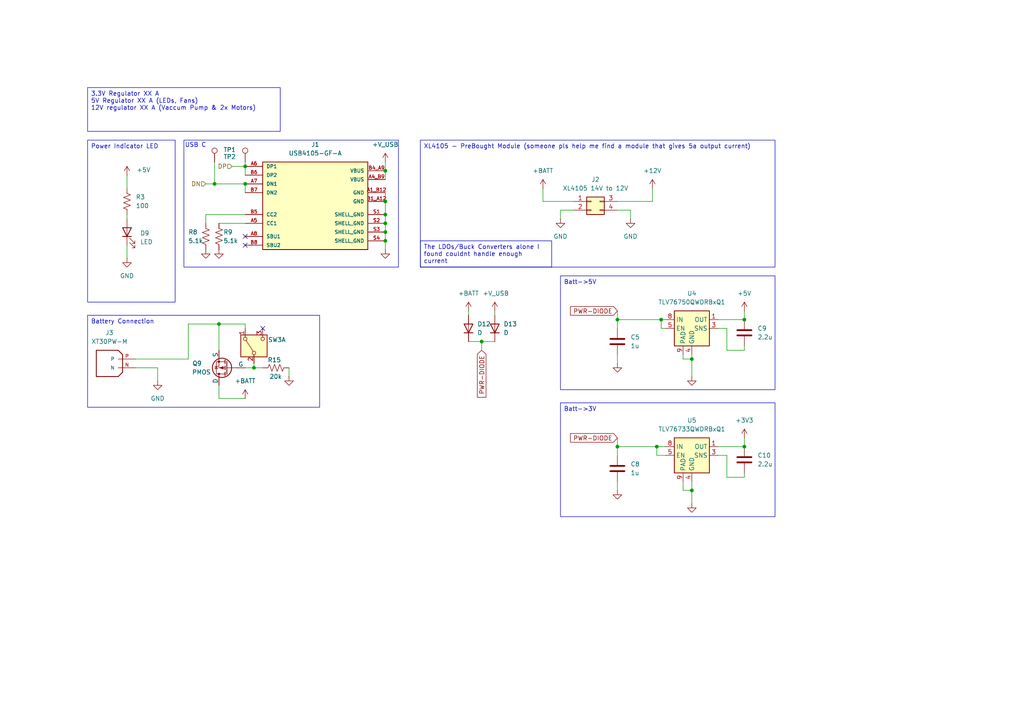
<source format=kicad_sch>
(kicad_sch (version 20231120) (generator "eeschema") (generator_version "8.0")
  (paper "A4")
  (lib_symbols
    (symbol "Connector:TestPoint" (pin_numbers hide) (pin_names (offset 0.762) hide)
      (property "Reference" "TP" (at 0 6.858 0))
      (property "Value" "TestPoint" (at 0 5.08 0))
      (symbol "TestPoint_0_1"
        (circle (center 0 3.302) (radius 0.762))
      )
      (symbol "TestPoint_1_1"
        (pin passive line (at 0 0 90) (length 2.54) (name "1") (number "1"))
      )
    )
    (symbol "Connector_Generic:Conn_02x02_Top_Bottom" (pin_names (offset 1.016) hide)
      (property "Reference" "J" (at 1.27 2.54 0))
      (property "Value" "Conn_02x02_Top_Bottom" (at 1.27 -5.08 0))
      (symbol "Conn_02x02_Top_Bottom_1_1"
        (rectangle (start -1.27 -2.413) (end 0 -2.667) (stroke (width 0.1524)))
        (rectangle (start -1.27 0.127) (end 0 -0.127) (stroke (width 0.1524)))
        (rectangle (start -1.27 1.27) (end 3.81 -3.81) (stroke (width 0.254)) (fill (type background)))
        (rectangle (start 3.81 -2.413) (end 2.54 -2.667) (stroke (width 0.1524)))
        (rectangle (start 3.81 0.127) (end 2.54 -0.127) (stroke (width 0.1524)))
        (pin passive line (at -5.08 0 0) (length 3.81) (name "Pin_1") (number "1"))
        (pin passive line (at -5.08 -2.54 0) (length 3.81) (name "Pin_2") (number "2"))
        (pin passive line (at 7.62 0 180) (length 3.81) (name "Pin_3") (number "3"))
        (pin passive line (at 7.62 -2.54 180) (length 3.81) (name "Pin_4") (number "4"))
      )
    )
    (symbol "Custom Symbols:USB4105-GF-A" (pin_names (offset 1.016))
      (property "Reference" "J" (at -13.97 13.97 0))
      (property "Value" "USB4105-GF-A" (at -15.24 -15.24 0))
      (symbol "USB4105-GF-A_0_0"
        (rectangle (start -15.24 12.7) (end 15.24 -12.7) (stroke (width 0.254)) (fill (type background)))
        (pin power_in line (at 20.32 3.81 180) (length 5.08) (name "GND") (number "A1_B12"))
        (pin power_in line (at 20.32 7.62 180) (length 5.08) (name "VBUS") (number "A4_B9"))
        (pin bidirectional line (at -20.32 -5.08 0) (length 5.08) (name "CC1") (number "A5"))
        (pin bidirectional line (at -20.32 11.43 0) (length 5.08) (name "DP1") (number "A6"))
        (pin bidirectional line (at -20.32 6.35 0) (length 5.08) (name "DN1") (number "A7"))
        (pin bidirectional line (at -20.32 -8.89 0) (length 5.08) (name "SBU1") (number "A8"))
        (pin power_in line (at 20.32 1.27 180) (length 5.08) (name "GND") (number "B1_A12"))
        (pin power_in line (at 20.32 10.16 180) (length 5.08) (name "VBUS") (number "B4_A9"))
        (pin bidirectional line (at -20.32 -2.54 0) (length 5.08) (name "CC2") (number "B5"))
        (pin bidirectional line (at -20.32 8.89 0) (length 5.08) (name "DP2") (number "B6"))
        (pin bidirectional line (at -20.32 3.81 0) (length 5.08) (name "DN2") (number "B7"))
        (pin bidirectional line (at -20.32 -11.43 0) (length 5.08) (name "SBU2") (number "B8"))
        (pin power_in line (at 20.32 -2.54 180) (length 5.08) (name "SHELL_GND") (number "S1"))
        (pin power_in line (at 20.32 -5.08 180) (length 5.08) (name "SHELL_GND") (number "S2"))
        (pin power_in line (at 20.32 -7.62 180) (length 5.08) (name "SHELL_GND") (number "S3"))
        (pin power_in line (at 20.32 -10.16 180) (length 5.08) (name "SHELL_GND") (number "S4"))
      )
    )
    (symbol "Device:C" (pin_numbers hide) (pin_names (offset 0.254))
      (property "Reference" "C" (at 0.635 2.54 0))
      (property "Value" "C" (at 0.635 -2.54 0))
      (symbol "C_0_1"
        (polyline (pts (xy -2.032 -0.762) (xy 2.032 -0.762)) (stroke (width 0.508)))
        (polyline (pts (xy -2.032 0.762) (xy 2.032 0.762)) (stroke (width 0.508)))
      )
      (symbol "C_1_1"
        (pin passive line (at 0 3.81 270) (length 2.794) (name "~") (number "1"))
        (pin passive line (at 0 -3.81 90) (length 2.794) (name "~") (number "2"))
      )
    )
    (symbol "Device:D" (pin_numbers hide) (pin_names (offset 1.016) hide)
      (property "Reference" "D" (at 0 2.54 0))
      (property "Value" "D" (at 0 -2.54 0))
      (symbol "D_0_1"
        (polyline (pts (xy -1.27 1.27) (xy -1.27 -1.27)) (stroke (width 0.254)))
        (polyline (pts (xy 1.27 0) (xy -1.27 0)))
        (polyline (pts (xy 1.27 1.27) (xy 1.27 -1.27) (xy -1.27 0) (xy 1.27 1.27)) (stroke (width 0.254)))
      )
      (symbol "D_1_1"
        (pin passive line (at -3.81 0 0) (length 2.54) (name "K") (number "1"))
        (pin passive line (at 3.81 0 180) (length 2.54) (name "A") (number "2"))
      )
    )
    (symbol "Device:LED" (pin_numbers hide) (pin_names (offset 1.016) hide)
      (property "Reference" "D" (at 0 2.54 0))
      (property "Value" "LED" (at 0 -2.54 0))
      (symbol "LED_0_1"
        (polyline (pts (xy -1.27 -1.27) (xy -1.27 1.27)) (stroke (width 0.254)))
        (polyline (pts (xy -1.27 0) (xy 1.27 0)))
        (polyline (pts (xy 1.27 -1.27) (xy 1.27 1.27) (xy -1.27 0) (xy 1.27 -1.27)) (stroke (width 0.254)))
        (polyline (pts (xy -3.048 -0.762) (xy -4.572 -2.286) (xy -3.81 -2.286) (xy -4.572 -2.286) (xy -4.572 -1.524)))
        (polyline (pts (xy -1.778 -0.762) (xy -3.302 -2.286) (xy -2.54 -2.286) (xy -3.302 -2.286) (xy -3.302 -1.524)))
      )
      (symbol "LED_1_1"
        (pin passive line (at -3.81 0 0) (length 2.54) (name "K") (number "1"))
        (pin passive line (at 3.81 0 180) (length 2.54) (name "A") (number "2"))
      )
    )
    (symbol "Device:R_US" (pin_numbers hide) (pin_names (offset 0))
      (property "Reference" "R" (at 2.54 0 90))
      (property "Value" "R_US" (at -2.54 0 90))
      (symbol "R_US_0_1"
        (polyline (pts (xy 0 -2.286) (xy 0 -2.54)))
        (polyline (pts (xy 0 2.286) (xy 0 2.54)))
        (polyline (pts (xy 0 -0.762) (xy 1.016 -1.143) (xy 0 -1.524) (xy -1.016 -1.905) (xy 0 -2.286)))
        (polyline (pts (xy 0 0.762) (xy 1.016 0.381) (xy 0 0) (xy -1.016 -0.381) (xy 0 -0.762)))
        (polyline (pts (xy 0 2.286) (xy 1.016 1.905) (xy 0 1.524) (xy -1.016 1.143) (xy 0 0.762)))
      )
      (symbol "R_US_1_1"
        (pin passive line (at 0 3.81 270) (length 1.27) (name "~") (number "1"))
        (pin passive line (at 0 -3.81 90) (length 1.27) (name "~") (number "2"))
      )
    )
    (symbol "Regulator_Linear:TLV76733QWDRBxQ1"
      (property "Reference" "U" (at 0 8.89 0))
      (property "Value" "TLV76733QWDRBxQ1" (at 0 6.35 0))
      (symbol "TLV76733QWDRBxQ1_0_1"
        (rectangle (start -5.08 5.08) (end 5.08 -5.08) (stroke (width 0.254)) (fill (type background)))
      )
      (symbol "TLV76733QWDRBxQ1_1_1"
        (pin power_out line (at 7.62 2.54 180) (length 2.54) (name "OUT") (number "1"))
        (pin no_connect line (at 5.08 -2.54 180) (length 2.54) hide (name "NC") (number "2"))
        (pin input line (at 7.62 0 180) (length 2.54) (name "SNS") (number "3"))
        (pin power_in line (at 0 -7.62 90) (length 2.54) (name "GND") (number "4"))
        (pin input line (at -7.62 0 0) (length 2.54) (name "EN") (number "5"))
        (pin passive line (at 0 -7.62 90) (length 2.54) hide (name "GND") (number "6"))
        (pin no_connect line (at -5.08 -2.54 0) (length 2.54) hide (name "NC") (number "7"))
        (pin power_in line (at -7.62 2.54 0) (length 2.54) (name "IN") (number "8"))
        (pin passive line (at -2.54 -7.62 90) (length 2.54) (name "PAD") (number "9"))
      )
    )
    (symbol "Regulator_Linear:TLV76750QWDRBxQ1"
      (property "Reference" "U" (at 0 8.89 0))
      (property "Value" "TLV76750QWDRBxQ1" (at 0 6.35 0))
      (symbol "TLV76750QWDRBxQ1_0_1"
        (rectangle (start -5.08 5.08) (end 5.08 -5.08) (stroke (width 0.254)) (fill (type background)))
      )
      (symbol "TLV76750QWDRBxQ1_1_1"
        (pin power_out line (at 7.62 2.54 180) (length 2.54) (name "OUT") (number "1"))
        (pin no_connect line (at 5.08 -2.54 180) (length 2.54) hide (name "NC") (number "2"))
        (pin input line (at 7.62 0 180) (length 2.54) (name "SNS") (number "3"))
        (pin power_in line (at 0 -7.62 90) (length 2.54) (name "GND") (number "4"))
        (pin input line (at -7.62 0 0) (length 2.54) (name "EN") (number "5"))
        (pin passive line (at 0 -7.62 90) (length 2.54) hide (name "GND") (number "6"))
        (pin no_connect line (at -5.08 -2.54 0) (length 2.54) hide (name "NC") (number "7"))
        (pin power_in line (at -7.62 2.54 0) (length 2.54) (name "IN") (number "8"))
        (pin passive line (at -2.54 -7.62 90) (length 2.54) (name "PAD") (number "9"))
      )
    )
    (symbol "Simulation_SPICE:PMOS" (pin_numbers hide) (pin_names (offset 0))
      (property "Reference" "Q1" (at 8.89 -1.27 0))
      (property "Value" "PMOS" (at 7.62 1.27 0))
      (symbol "PMOS_0_1"
        (polyline (pts (xy 0.254 0) (xy -2.54 0)))
        (polyline (pts (xy 0.254 1.905) (xy 0.254 -1.905)) (stroke (width 0.254)))
        (polyline (pts (xy 0.762 -1.27) (xy 0.762 -2.286)) (stroke (width 0.254)))
        (polyline (pts (xy 0.762 0.508) (xy 0.762 -0.508)) (stroke (width 0.254)))
        (polyline (pts (xy 0.762 2.286) (xy 0.762 1.27)) (stroke (width 0.254)))
        (polyline (pts (xy 2.54 2.54) (xy 2.54 1.778)))
        (polyline (pts (xy 2.54 -2.54) (xy 2.54 0) (xy 0.762 0)))
        (polyline (pts (xy 0.762 1.778) (xy 3.302 1.778) (xy 3.302 -1.778) (xy 0.762 -1.778)))
        (polyline (pts (xy 2.286 0) (xy 1.27 0.381) (xy 1.27 -0.381) (xy 2.286 0)) (fill (type outline)))
        (polyline (pts (xy 2.794 -0.508) (xy 2.921 -0.381) (xy 3.683 -0.381) (xy 3.81 -0.254)))
        (polyline (pts (xy 3.302 -0.381) (xy 2.921 0.254) (xy 3.683 0.254) (xy 3.302 -0.381)))
        (circle (center 1.651 0) (radius 2.794) (stroke (width 0.254)))
        (circle (center 2.54 -1.778) (radius 0.254) (fill (type outline)))
        (circle (center 2.54 1.778) (radius 0.254) (fill (type outline)))
      )
      (symbol "PMOS_1_0"
        (pin passive line (at -5.08 0 0) (length 2.54) (name "G") (number "4"))
        (pin passive line (at 2.54 5.08 270) (length 2.54) (name "D") (number "5"))
      )
      (symbol "PMOS_1_1"
        (pin input line (at 2.54 -5.08 90) (length 2.54) hide (name "S") (number "1"))
        (pin passive line (at 2.54 -5.08 90) (length 2.54) hide (name "S") (number "2"))
        (pin passive line (at 2.54 -5.08 90) (length 2.54) (name "S") (number "3"))
      )
    )
    (symbol "Switch:SW_DPDT_x2" (pin_names (offset 0) hide)
      (property "Reference" "SW" (at 0 5.08 0))
      (property "Value" "SW_DPDT_x2" (at 0 -5.08 0))
      (symbol "SW_DPDT_x2_0_0"
        (circle (center -2.032 0) (radius 0.508))
        (circle (center 2.032 -2.54) (radius 0.508))
      )
      (symbol "SW_DPDT_x2_0_1"
        (rectangle (start -3.175 3.81) (end 3.175 -3.81) (stroke (width 0.254)) (fill (type background)))
        (polyline (pts (xy -1.524 0.254) (xy 1.5748 2.286)))
        (circle (center 2.032 2.54) (radius 0.508))
      )
      (symbol "SW_DPDT_x2_1_1"
        (pin passive line (at 5.08 2.54 180) (length 2.54) (name "A") (number "1"))
        (pin passive line (at -5.08 0 0) (length 2.54) (name "B") (number "2"))
        (pin passive line (at 5.08 -2.54 180) (length 2.54) (name "C") (number "3"))
      )
      (symbol "SW_DPDT_x2_2_1"
        (pin passive line (at 5.08 2.54 180) (length 2.54) (name "A") (number "4"))
        (pin passive line (at -5.08 0 0) (length 2.54) (name "B") (number "5"))
        (pin passive line (at 5.08 -2.54 180) (length 2.54) (name "C") (number "6"))
      )
    )
    (symbol "XT30PW-M:XT30PW-M" (pin_names (offset 1.016))
      (property "Reference" "J" (at -7.62 3.302 0))
      (property "Value" "XT30PW-M" (at -7.62 -7.62 0))
      (symbol "XT30PW-M_0_0"
        (polyline (pts (xy -7.62 -5.08) (xy -7.62 2.54)) (stroke (width 0.254)))
        (polyline (pts (xy -7.62 2.54) (xy -1.27 2.54)) (stroke (width 0.254)))
        (polyline (pts (xy -1.27 -5.08) (xy -7.62 -5.08)) (stroke (width 0.254)))
        (polyline (pts (xy 0 -3.81) (xy -1.27 -5.08)) (stroke (width 0.254)))
        (polyline (pts (xy 0 0) (xy 0 -3.81)) (stroke (width 0.254)))
        (polyline (pts (xy 0 1.27) (xy -1.27 2.54)) (stroke (width 0.254)))
        (polyline (pts (xy 0 1.27) (xy 0 0)) (stroke (width 0.254)))
      )
      (symbol "XT30PW-M_1_0"
        (pin power_in line (at 3.81 -2.54 180) (length 5.08) (name "N") (number "N"))
        (pin power_in line (at 3.81 0 180) (length 5.08) (name "P") (number "P"))
      )
      (symbol "XT30PW-M_1_1"
        (pin unspecified line (at -10.16 0 0) (length 2.54) hide (name "S1") (number "S1"))
        (pin unspecified line (at -10.16 -2.54 0) (length 2.54) hide (name "S2") (number "S2"))
      )
    )
    (symbol "power:+12V" (power) (pin_numbers hide) (pin_names (offset 0) hide)
      (property "Value" "+12V" (at 0 3.556 0))
      (symbol "+12V_0_1"
        (polyline (pts (xy -0.762 1.27) (xy 0 2.54)))
        (polyline (pts (xy 0 0) (xy 0 2.54)))
        (polyline (pts (xy 0 2.54) (xy 0.762 1.27)))
      )
      (symbol "+12V_1_1"
        (pin power_in line (at 0 0 90) (length 0) (name "~") (number "1"))
      )
    )
    (symbol "power:+3V3" (power) (pin_numbers hide) (pin_names (offset 0) hide)
      (property "Value" "+3V3" (at 0 3.556 0))
      (symbol "+3V3_0_1"
        (polyline (pts (xy -0.762 1.27) (xy 0 2.54)))
        (polyline (pts (xy 0 0) (xy 0 2.54)))
        (polyline (pts (xy 0 2.54) (xy 0.762 1.27)))
      )
      (symbol "+3V3_1_1"
        (pin power_in line (at 0 0 90) (length 0) (name "~") (number "1"))
      )
    )
    (symbol "power:+5V" (power) (pin_numbers hide) (pin_names (offset 0) hide)
      (property "Value" "+5V" (at 0 3.556 0))
      (symbol "+5V_0_1"
        (polyline (pts (xy -0.762 1.27) (xy 0 2.54)))
        (polyline (pts (xy 0 0) (xy 0 2.54)))
        (polyline (pts (xy 0 2.54) (xy 0.762 1.27)))
      )
      (symbol "+5V_1_1"
        (pin power_in line (at 0 0 90) (length 0) (name "~") (number "1"))
      )
    )
    (symbol "power:+BATT" (power) (pin_numbers hide) (pin_names (offset 0) hide)
      (property "Value" "+BATT" (at 0 3.556 0))
      (symbol "+BATT_0_1"
        (polyline (pts (xy -0.762 1.27) (xy 0 2.54)))
        (polyline (pts (xy 0 0) (xy 0 2.54)))
        (polyline (pts (xy 0 2.54) (xy 0.762 1.27)))
      )
      (symbol "+BATT_1_1"
        (pin power_in line (at 0 0 90) (length 0) (name "~") (number "1"))
      )
    )
    (symbol "power:GND" (power) (pin_numbers hide) (pin_names (offset 0) hide)
      (property "Value" "GND" (at 0 -3.81 0))
      (symbol "GND_0_1"
        (polyline (pts (xy 0 0) (xy 0 -1.27) (xy 1.27 -1.27) (xy 0 -2.54) (xy -1.27 -1.27) (xy 0 -1.27)))
      )
      (symbol "GND_1_1"
        (pin power_in line (at 0 0 270) (length 0) (name "~") (number "1"))
      )
    )
    (symbol "power:VBUS" (power) (pin_numbers hide) (pin_names (offset 0) hide)
      (property "Value" "VBUS" (at 0 3.556 0))
      (symbol "VBUS_0_1"
        (polyline (pts (xy -0.762 1.27) (xy 0 2.54)))
        (polyline (pts (xy 0 0) (xy 0 2.54)))
        (polyline (pts (xy 0 2.54) (xy 0.762 1.27)))
      )
      (symbol "VBUS_1_1"
        (pin power_in line (at 0 0 90) (length 0) (name "~") (number "1"))
      )
    )
  )
  (junction (at 62.23 53.34))
  (junction (at 191.77 92.71))
  (junction (at 73.66 106.68))
  (junction (at 71.12 53.34))
  (junction (at 200.66 142.24))
  (junction (at 190.5 129.54))
  (junction (at 215.9 92.71))
  (junction (at 111.76 58.42))
  (junction (at 179.07 92.71))
  (junction (at 111.76 67.31))
  (junction (at 63.5 93.98))
  (junction (at 215.9 129.54))
  (junction (at 71.12 48.26))
  (junction (at 111.76 49.53))
  (junction (at 179.07 129.54))
  (junction (at 139.7 99.06))
  (junction (at 200.66 104.14))
  (junction (at 111.76 69.85))
  (junction (at 111.76 62.23))
  (junction (at 111.76 64.77))
  (no_connect (at 76.2 95.25))
  (no_connect (at 71.12 71.12))
  (no_connect (at 71.12 68.58))
  (wire (pts (xy 157.48 54.61) (xy 157.48 58.42)))
  (wire (pts (xy 62.23 46.99) (xy 62.23 53.34)))
  (wire (pts (xy 179.07 60.96) (xy 182.88 60.96)))
  (wire (pts (xy 54.61 93.98) (xy 63.5 93.98)))
  (wire (pts (xy 143.51 90.17) (xy 143.51 91.44)))
  (wire (pts (xy 215.9 127) (xy 215.9 129.54)))
  (wire (pts (xy 59.69 64.77) (xy 59.69 62.23)))
  (wire (pts (xy 215.9 101.6) (xy 215.9 100.33)))
  (wire (pts (xy 210.82 101.6) (xy 215.9 101.6)))
  (wire (pts (xy 71.12 93.98) (xy 71.12 95.25)))
  (wire (pts (xy 62.23 53.34) (xy 71.12 53.34)))
  (wire (pts (xy 191.77 95.25) (xy 191.77 92.71)))
  (wire (pts (xy 59.69 62.23) (xy 71.12 62.23)))
  (wire (pts (xy 200.66 104.14) (xy 200.66 109.22)))
  (wire (pts (xy 45.72 106.68) (xy 45.72 110.49)))
  (wire (pts (xy 200.66 102.87) (xy 200.66 104.14)))
  (wire (pts (xy 83.82 106.68) (xy 83.82 109.22)))
  (wire (pts (xy 36.83 71.12) (xy 36.83 74.93)))
  (wire (pts (xy 111.76 58.42) (xy 111.76 62.23)))
  (wire (pts (xy 135.89 90.17) (xy 135.89 91.44)))
  (wire (pts (xy 67.31 48.26) (xy 71.12 48.26)))
  (wire (pts (xy 135.89 99.06) (xy 139.7 99.06)))
  (wire (pts (xy 189.23 58.42) (xy 189.23 54.61)))
  (wire (pts (xy 179.07 129.54) (xy 179.07 132.08)))
  (wire (pts (xy 198.12 142.24) (xy 200.66 142.24)))
  (wire (pts (xy 111.76 55.88) (xy 111.76 58.42)))
  (wire (pts (xy 179.07 92.71) (xy 191.77 92.71)))
  (wire (pts (xy 179.07 102.87) (xy 179.07 105.41)))
  (wire (pts (xy 200.66 142.24) (xy 200.66 146.05)))
  (wire (pts (xy 215.9 138.43) (xy 215.9 137.16)))
  (wire (pts (xy 179.07 129.54) (xy 190.5 129.54)))
  (wire (pts (xy 73.66 106.68) (xy 71.12 106.68)))
  (wire (pts (xy 215.9 90.17) (xy 215.9 92.71)))
  (wire (pts (xy 39.37 104.14) (xy 54.61 104.14)))
  (wire (pts (xy 111.76 67.31) (xy 111.76 69.85)))
  (wire (pts (xy 190.5 132.08) (xy 190.5 129.54)))
  (wire (pts (xy 63.5 64.77) (xy 71.12 64.77)))
  (wire (pts (xy 63.5 93.98) (xy 63.5 101.6)))
  (wire (pts (xy 182.88 60.96) (xy 182.88 63.5)))
  (wire (pts (xy 179.07 92.71) (xy 179.07 95.25)))
  (wire (pts (xy 36.83 50.8) (xy 36.83 54.61)))
  (wire (pts (xy 210.82 132.08) (xy 210.82 138.43)))
  (wire (pts (xy 59.69 53.34) (xy 62.23 53.34)))
  (wire (pts (xy 139.7 99.06) (xy 143.51 99.06)))
  (wire (pts (xy 73.66 106.68) (xy 76.2 106.68)))
  (wire (pts (xy 36.83 62.23) (xy 36.83 63.5)))
  (wire (pts (xy 73.66 105.41) (xy 73.66 106.68)))
  (wire (pts (xy 111.76 49.53) (xy 111.76 52.07)))
  (wire (pts (xy 200.66 139.7) (xy 200.66 142.24)))
  (wire (pts (xy 208.28 92.71) (xy 215.9 92.71)))
  (wire (pts (xy 111.76 62.23) (xy 111.76 64.77)))
  (wire (pts (xy 139.7 99.06) (xy 139.7 101.6)))
  (wire (pts (xy 179.07 127) (xy 179.07 129.54)))
  (wire (pts (xy 39.37 106.68) (xy 45.72 106.68)))
  (wire (pts (xy 179.07 90.17) (xy 179.07 92.71)))
  (wire (pts (xy 208.28 132.08) (xy 210.82 132.08)))
  (wire (pts (xy 198.12 102.87) (xy 198.12 104.14)))
  (wire (pts (xy 111.76 64.77) (xy 111.76 67.31)))
  (wire (pts (xy 71.12 53.34) (xy 71.12 55.88)))
  (wire (pts (xy 193.04 95.25) (xy 191.77 95.25)))
  (wire (pts (xy 190.5 129.54) (xy 193.04 129.54)))
  (wire (pts (xy 198.12 139.7) (xy 198.12 142.24)))
  (wire (pts (xy 71.12 46.99) (xy 71.12 48.26)))
  (wire (pts (xy 210.82 138.43) (xy 215.9 138.43)))
  (wire (pts (xy 162.56 60.96) (xy 166.37 60.96)))
  (wire (pts (xy 54.61 104.14) (xy 54.61 93.98)))
  (wire (pts (xy 210.82 95.25) (xy 210.82 101.6)))
  (wire (pts (xy 63.5 115.57) (xy 71.12 115.57)))
  (wire (pts (xy 63.5 93.98) (xy 71.12 93.98)))
  (wire (pts (xy 111.76 69.85) (xy 111.76 72.39)))
  (wire (pts (xy 111.76 46.99) (xy 111.76 49.53)))
  (wire (pts (xy 208.28 95.25) (xy 210.82 95.25)))
  (wire (pts (xy 166.37 58.42) (xy 157.48 58.42)))
  (wire (pts (xy 179.07 139.7) (xy 179.07 142.24)))
  (wire (pts (xy 198.12 104.14) (xy 200.66 104.14)))
  (wire (pts (xy 63.5 115.57) (xy 63.5 111.76)))
  (wire (pts (xy 193.04 132.08) (xy 190.5 132.08)))
  (wire (pts (xy 208.28 129.54) (xy 215.9 129.54)))
  (wire (pts (xy 191.77 92.71) (xy 193.04 92.71)))
  (wire (pts (xy 71.12 48.26) (xy 71.12 50.8)))
  (wire (pts (xy 162.56 63.5) (xy 162.56 60.96)))
  (wire (pts (xy 179.07 58.42) (xy 189.23 58.42)))
  (rectangle (start 53.34 40.64) (end 115.57 77.47))
  (text_box "XL4105 - PreBought Module (someone pls help me find a module that gives 5a output current)\n" (at 121.92 40.64 0) (size 102.87 36.83) (effects (font (size 1.27 1.27)) (justify left top)))
  (text_box "Batt->5V" (at 162.56 80.01 0) (size 62.23 33.02) (effects (font (size 1.27 1.27)) (justify left top)))
  (text_box "Batt->3V" (at 162.56 116.84 0) (size 62.23 33.02) (effects (font (size 1.27 1.27)) (justify left top)))
  (text_box "Battery Connection \n" (at 25.4 91.44 0) (size 67.31 26.67) (effects (font (size 1.27 1.27)) (justify left top)))
  (text_box "The LDOs/Buck Converters alone I found couldnt handle enough current \n" (at 121.92 69.85 0) (size 38.1 7.62) (effects (font (size 1.27 1.27)) (justify left top)))
  (text_box "Power Indicator LED" (at 25.4 40.64 0) (size 25.4 46.99) (effects (font (size 1.27 1.27)) (justify left top)))
  (text_box "3.3V Regulator XX A \n5V Regulator XX A (LEDs, Fans)\n12V regulator XX A (Vaccum Pump & 2x Motors)\n" (at 25.4 25.4 0) (size 55.88 12.7) (effects (font (size 1.27 1.27)) (justify left top)))
  (text "USB C" (at 53.594 42.926 0) (effects (font (size 1.27 1.27)) (justify left bottom)))
  (global_label "PWR-DIODE" (shape input) (at 179.07 90.17 180) (property "Intersheetrefs" "${INTERSHEET_REFS}" (effects (hide yes))))
  (global_label "PWR-DIODE" (shape input) (at 139.7 101.6 270) (property "Intersheetrefs" "${INTERSHEET_REFS}" (effects (hide yes))))
  (global_label "PWR-DIODE" (shape input) (at 179.07 127 180) (property "Intersheetrefs" "${INTERSHEET_REFS}" (effects (hide yes))))
  (hierarchical_label "DP" (shape input) (at 67.31 48.26 180))
  (hierarchical_label "DN" (shape input) (at 59.69 53.34 180))
  (symbol (lib_id "power:+12V") (at 71.12 115.57 0) (unit 1)
    (property "Reference" "#PWR053" (effects (hide yes)))
    (property "Value" "+BATT" (at 71.12 110.49 0))
  )
  (symbol (lib_id "power:+BATT") (at 157.48 54.61 0) (unit 1)
    (property "Reference" "#PWR030" (effects (hide yes)))
    (property "Value" "+BATT" (at 157.48 49.53 0))
    (property "Description" "Power symbol creates a global label with name \"+BATT\"" (effects (hide yes)))
  )
  (symbol (lib_id "power:GND") (at 111.76 72.39 0) (unit 1)
    (property "Reference" "#PWR027" (effects (hide yes)))
    (property "Value" "GND" (effects (hide yes)))
  )
  (symbol (lib_id "Device:R_US") (at 80.01 106.68 90) (unit 1)
    (property "Reference" "R15" (at 81.534 104.394 90) (effects (justify left)))
    (property "Value" "20k" (at 81.788 109.22 90) (effects (justify left)))
    (property "Footprint" "Resistor_SMD:R_0603_1608Metric" (effects (hide yes)))
    (property "MANUFACTURER" "5-2176074-3" (effects (hide yes)))
  )
  (symbol (lib_id "power:GND") (at 179.07 105.41 0) (unit 1)
    (property "Reference" "#PWR035" (effects (hide yes)))
    (property "Value" "GND" (effects (hide yes)))
  )
  (symbol (lib_id "Device:R_US") (at 59.69 68.58 0) (unit 1)
    (property "Reference" "R8" (at 54.61 67.31 0) (effects (justify left)))
    (property "Value" "5.1k" (at 54.61 69.85 0) (effects (justify left)))
    (property "Footprint" "Resistor_SMD:R_0603_1608Metric" (effects (hide yes)))
    (property "MANUFACTURER" "ERA-1AEB512C" (effects (hide yes)))
  )
  (symbol (lib_id "power:+BATT") (at 135.89 90.17 0) (unit 1)
    (property "Reference" "#PWR056" (effects (hide yes)))
    (property "Value" "+BATT" (at 135.89 85.09 0))
    (property "Description" "Power symbol creates a global label with name \"+BATT\"" (effects (hide yes)))
  )
  (symbol (lib_id "power:VBUS") (at 111.76 46.99 0) (unit 1)
    (property "Reference" "#PWR026" (effects (hide yes)))
    (property "Value" "+V_USB" (at 111.76 41.91 0))
    (property "Description" "Power symbol creates a global label with name \"VBUS\"" (effects (hide yes)))
  )
  (symbol (lib_id "power:GND") (at 63.5 72.39 0) (unit 1)
    (property "Reference" "#PWR025" (effects (hide yes)))
    (property "Value" "GND" (effects (hide yes)))
  )
  (symbol (lib_id "Connector:TestPoint") (at 62.23 46.99 0) (unit 1) (in_bom no)
    (property "Reference" "TP1" (at 64.77 43.434 0) (effects (justify left)))
    (property "Value" "TestPoint" (effects (hide yes)))
    (property "Footprint" "TestPoint:TestPoint_Pad_D2.0mm" (effects (hide yes)))
    (property "Description" "test point" (effects (hide yes)))
  )
  (symbol (lib_id "power:GND") (at 36.83 74.93 0) (unit 1)
    (property "Reference" "#PWR023" (effects (hide yes)))
    (property "Value" "GND" (at 36.83 80.01 0))
    (property "Description" "Power symbol creates a global label with name \"GND\" , ground" (effects (hide yes)))
  )
  (symbol (lib_id "power:GND") (at 200.66 146.05 0) (unit 1)
    (property "Reference" "#PWR038" (effects (hide yes)))
    (property "Value" "GND" (effects (hide yes)))
  )
  (symbol (lib_id "Custom Symbols:USB4105-GF-A") (at 91.44 59.69 0) (unit 1)
    (property "Reference" "J1" (at 91.44 41.91 0))
    (property "Value" "USB4105-GF-A" (at 91.44 44.45 0))
    (property "Footprint" "USB4105-GF-A-Footprint:GCT_USB4105-GF-A" (effects (hide yes)))
    (property "PARTREV" "A3" (effects (hide yes)))
    (property "STANDARD" "Manufacturer Recommendations" (effects (hide yes)))
    (property "MAXIMUM_PACKAGE_HEIGHT" "3.31 mm" (effects (hide yes)))
    (property "MANUFACTURER" "USB4105-GF-A" (effects (hide yes)))
  )
  (symbol (lib_id "power:GND") (at 182.88 63.5 0) (unit 1)
    (property "Reference" "#PWR029" (effects (hide yes)))
    (property "Value" "GND" (at 182.88 68.58 0))
    (property "Description" "Power symbol creates a global label with name \"GND\" , ground" (effects (hide yes)))
  )
  (symbol (lib_id "power:GND") (at 59.69 72.39 0) (unit 1)
    (property "Reference" "#PWR024" (effects (hide yes)))
    (property "Value" "GND" (effects (hide yes)))
  )
  (symbol (lib_id "Device:C") (at 179.07 135.89 0) (unit 1)
    (property "Reference" "C8" (at 182.88 134.6199 0) (effects (justify left)))
    (property "Value" "1u" (at 182.88 137.1599 0) (effects (justify left)))
    (property "Footprint" "Capacitor_SMD:C_0603_1608Metric_Pad1.08x0.95mm_HandSolder" (effects (hide yes)))
    (property "Description" "Unpolarized capacitor" (effects (hide yes)))
    (property "MANUFACTURER" "AMK063AC6105MP-F" (effects (hide yes)))
  )
  (symbol (lib_id "power:+3V3") (at 36.83 50.8 0) (unit 1)
    (property "Reference" "#PWR022" (effects (hide yes)))
    (property "Value" "+5V" (at 41.656 49.276 0))
    (property "Description" "Power symbol creates a global label with name \"+3V3\"" (effects (hide yes)))
  )
  (symbol (lib_id "power:GND") (at 162.56 63.5 0) (unit 1)
    (property "Reference" "#PWR028" (effects (hide yes)))
    (property "Value" "GND" (at 162.56 68.58 0))
    (property "Description" "Power symbol creates a global label with name \"GND\" , ground" (effects (hide yes)))
  )
  (symbol (lib_id "Device:C") (at 179.07 99.06 0) (unit 1)
    (property "Reference" "C5" (at 182.88 97.7899 0) (effects (justify left)))
    (property "Value" "1u" (at 182.88 100.3299 0) (effects (justify left)))
    (property "Footprint" "Capacitor_SMD:C_0603_1608Metric_Pad1.08x0.95mm_HandSolder" (effects (hide yes)))
    (property "Description" "Unpolarized capacitor" (effects (hide yes)))
    (property "MANUFACTURER" "AMK063AC6105MP-F" (effects (hide yes)))
  )
  (symbol (lib_id "Regulator_Linear:TLV76750QWDRBxQ1") (at 200.66 95.25 0) (unit 1)
    (property "Reference" "U4" (at 200.66 85.09 0))
    (property "Value" "TLV76750QWDRBxQ1" (at 200.66 87.63 0))
    (property "Footprint" "Package_SON:VSON-8-1EP_3x3mm_P0.65mm_EP1.65x2.4mm" (effects (hide yes)))
    (property "Datasheet" "www.ti.com/lit/gpn/TLV767-q1" (effects (hide yes)))
    (property "Description" "1A, 16V Precision Linear Voltage Regulator, with enable pin, Fixed Output 5.0V, VSON-8" (effects (hide yes)))
    (property "MANUFACTURER" " TLV76750DRVR " (effects (hide yes)))
  )
  (symbol (lib_id "Device:R_US") (at 36.83 58.42 0) (unit 1)
    (property "Reference" "R3" (at 39.37 57.1499 0) (effects (justify left)))
    (property "Value" "100" (at 39.37 59.6899 0) (effects (justify left)))
    (property "Footprint" "Resistor_SMD:R_0603_1608Metric" (effects (hide yes)))
    (property "Description" "Resistor, US symbol" (effects (hide yes)))
    (property "MANUFACTURER" "ERJ-1RKD1000C" (effects (hide yes)))
  )
  (symbol (lib_id "power:GND") (at 200.66 109.22 0) (unit 1)
    (property "Reference" "#PWR034" (effects (hide yes)))
    (property "Value" "GND" (effects (hide yes)))
  )
  (symbol (lib_id "power:GND") (at 83.82 109.22 0) (unit 1)
    (property "Reference" "#PWR054" (effects (hide yes)))
    (property "Value" "GND" (effects (hide yes)))
  )
  (symbol (lib_id "power:+12V") (at 189.23 54.61 0) (unit 1)
    (property "Reference" "#PWR031" (effects (hide yes)))
    (property "Value" "+12V" (at 189.23 49.53 0))
    (property "Description" "Power symbol creates a global label with name \"+12V\"" (effects (hide yes)))
  )
  (symbol (lib_id "Regulator_Linear:TLV76733QWDRBxQ1") (at 200.66 132.08 0) (unit 1)
    (property "Reference" "U5" (at 200.66 121.92 0))
    (property "Value" "TLV76733QWDRBxQ1" (at 200.66 124.46 0))
    (property "Footprint" "Package_SON:VSON-8-1EP_3x3mm_P0.65mm_EP1.65x2.4mm" (effects (hide yes)))
    (property "Datasheet" "www.ti.com/lit/gpn/TLV767-q1" (effects (hide yes)))
    (property "Description" "1A, 16V Precision Linear Voltage Regulator, with enable pin, Fixed Output 3.3V, VSON-8" (effects (hide yes)))
  )
  (symbol (lib_id "Device:R_US") (at 63.5 68.58 0) (unit 1)
    (property "Reference" "R9" (at 64.77 67.31 0) (effects (justify left)))
    (property "Value" "5.1k" (at 64.77 69.85 0) (effects (justify left)))
    (property "Footprint" "Resistor_SMD:R_0603_1608Metric" (effects (hide yes)))
    (property "MANUFACTURER" "ERA-1AEB512C" (effects (hide yes)))
  )
  (symbol (lib_id "Device:D") (at 135.89 95.25 90) (unit 1)
    (property "Reference" "D12" (at 138.43 93.9799 90) (effects (justify right)))
    (property "Value" "D" (at 138.43 96.5199 90) (effects (justify right)))
    (property "Footprint" "Diode_SMD:D_SOD-123F" (effects (hide yes)))
    (property "Description" "Diode" (effects (hide yes)))
    (property "Sim.Device" "D" (effects (hide yes)))
    (property "Sim.Pins" "1=K 2=A" (effects (hide yes)))
    (property "MANUFACTURER" "RB168MM-30TR" (effects (hide yes)))
  )
  (symbol (lib_id "power:GND") (at 45.72 110.49 0) (unit 1)
    (property "Reference" "#PWR052" (effects (hide yes)))
    (property "Value" "GND" (at 45.72 115.57 0))
    (property "Description" "Power symbol creates a global label with name \"GND\" , ground" (effects (hide yes)))
  )
  (symbol (lib_id "Connector_Generic:Conn_02x02_Top_Bottom") (at 171.45 58.42 0) (unit 1)
    (property "Reference" "J2" (at 172.72 52.07 0))
    (property "Value" "XL4105 14V to 12V" (at 172.72 54.61 0))
    (property "Footprint" "Connector_PinHeader_1.00mm:PinHeader_2x02_P1.00mm_Vertical" (effects (hide yes)))
    (property "Description" "Generic connector, double row, 02x02, top/bottom pin numbering scheme (row 1: 1...pins_per_row, row2: pins_per_row+1 ... num_pins), script generated (kicad-library-utils/schlib/autogen/connector/)" (effects (hide yes)))
  )
  (symbol (lib_id "power:GND") (at 179.07 142.24 0) (unit 1)
    (property "Reference" "#PWR037" (effects (hide yes)))
    (property "Value" "GND" (effects (hide yes)))
  )
  (symbol (lib_id "Connector:TestPoint") (at 71.12 46.99 0) (unit 1) (in_bom no)
    (property "Reference" "TP2" (at 64.77 45.466 0) (effects (justify left)))
    (property "Value" "TestPoint" (effects (hide yes)))
    (property "Footprint" "TestPoint:TestPoint_Pad_D2.0mm" (effects (hide yes)))
    (property "Description" "test point" (effects (hide yes)))
  )
  (symbol (lib_id "Switch:SW_DPDT_x2") (at 73.66 100.33 90) (unit 1)
    (property "Reference" "SW3" (at 77.724 98.552 90) (effects (justify right)))
    (property "Value" "SW_Nidec_CAS-120A1" (effects (hide yes)))
    (property "Footprint" "JS102011JAQN:SW_JS102011JAQN" (effects (hide yes)))
    (property "Description" "Switch, dual pole double throw, separate symbols" (effects (hide yes)))
    (property "MANUFACTURER" "CKN10723CT-ND" (effects (hide yes)))
  )
  (symbol (lib_id "Device:C") (at 215.9 96.52 0) (unit 1)
    (property "Reference" "C9" (at 219.71 95.2499 0) (effects (justify left)))
    (property "Value" "2.2u" (at 219.71 97.7899 0) (effects (justify left)))
    (property "Footprint" "Capacitor_SMD:C_0603_1608Metric_Pad1.08x0.95mm_HandSolder" (effects (hide yes)))
    (property "Description" "Unpolarized capacitor" (effects (hide yes)))
    (property "MANUFACTURER" "CL03A225MO5C65C" (effects (hide yes)))
  )
  (symbol (lib_id "power:+5V") (at 215.9 90.17 0) (unit 1)
    (property "Reference" "#PWR032" (effects (hide yes)))
    (property "Value" "+5V" (at 215.9 85.09 0))
    (property "Description" "Power symbol creates a global label with name \"+5V\"" (effects (hide yes)))
  )
  (symbol (lib_id "Device:D") (at 143.51 95.25 90) (unit 1)
    (property "Reference" "D13" (at 146.05 93.9799 90) (effects (justify right)))
    (property "Value" "D" (at 146.05 96.5199 90) (effects (justify right)))
    (property "Footprint" "Diode_SMD:D_SOD-123F" (effects (hide yes)))
    (property "Description" "Diode" (effects (hide yes)))
    (property "Sim.Device" "D" (effects (hide yes)))
    (property "Sim.Pins" "1=K 2=A" (effects (hide yes)))
    (property "MANUFACTURER" "RB168MM-30TR" (effects (hide yes)))
  )
  (symbol (lib_id "XT30PW-M:XT30PW-M") (at 35.56 104.14 0) (unit 1) (in_bom no)
    (property "Reference" "J3" (at 31.75 96.52 0))
    (property "Value" "XT30PW-M" (at 31.75 99.06 0))
    (property "Footprint" "XT30PW-M:AMASS_XT30PW-M" (effects (hide yes)))
    (property "MF" "AMASS" (effects (hide yes)))
    (property "MAXIMUM_PACKAGE_HEIGHT" "5 mm" (effects (hide yes)))
    (property "Package" "None" (effects (hide yes)))
    (property "Price" "None" (effects (hide yes)))
    (property "Check_prices" "https://www.snapeda.com/parts/XT30PW-M/AMASS/view-part/?ref=eda" (effects (hide yes)))
    (property "STANDARD" "Manufacturer Recommendations" (effects (hide yes)))
    (property "PARTREV" "1.2" (effects (hide yes)))
    (property "SnapEDA_Link" "https://www.snapeda.com/parts/XT30PW-M/AMASS/view-part/?ref=snap" (effects (hide yes)))
    (property "MP" "XT30PW-M" (effects (hide yes)))
    (property "Description_1" "\nSocket; DC supply; XT30; male; PIN: 2; on PCBs; THT; Colour: yellow\n" (effects (hide yes)))
    (property "MANUFACTURER" "Amass" (effects (hide yes)))
    (property "Availability" "Not in stock" (effects (hide yes)))
    (property "SNAPEDA_PN" "XT30PW-M" (effects (hide yes)))
  )
  (symbol (lib_id "Device:LED") (at 36.83 67.31 90) (unit 1)
    (property "Reference" "D9" (at 40.64 67.6274 90) (effects (justify right)))
    (property "Value" "LED" (at 40.64 70.1674 90) (effects (justify right)))
    (property "Footprint" "LED_SMD:LED_0603_1608Metric" (effects (hide yes)))
    (property "Description" "Light emitting diode" (effects (hide yes)))
    (property "MANUFACTURER" "CSL1101WBCW1 " (effects (hide yes)))
  )
  (symbol (lib_id "Simulation_SPICE:PMOS") (at 66.04 106.68 180) (unit 1)
    (property "Reference" "Q9" (at 57.15 105.41 0))
    (property "Value" "PMOS" (at 58.42 107.95 0))
    (property "Footprint" "Package_SO:PowerPAK_SO-8_Single" (effects (hide yes)))
    (property "Datasheet" "https://ngspice.sourceforge.io/docs/ngspice-manual.pdf" (effects (hide yes)))
    (property "Sim.Device" "PMOS" (effects (hide yes)))
    (property "Sim.Type" "VDMOS" (effects (hide yes)))
    (property "Sim.Pins" "1=D 2=G 3=S" (effects (hide yes)))
    (property "MANUFACTURER" " 781-SI7617DN-GE3 " (effects (hide yes)))
  )
  (symbol (lib_id "power:+5V") (at 143.51 90.17 0) (unit 1)
    (property "Reference" "#PWR057" (effects (hide yes)))
    (property "Value" "+V_USB" (at 139.954 85.09 0) (effects (justify left)))
    (property "Description" "Power symbol creates a global label with name \"+5V\"" (effects (hide yes)))
  )
  (symbol (lib_id "power:+3V3") (at 215.9 127 0) (unit 1)
    (property "Reference" "#PWR040" (effects (hide yes)))
    (property "Value" "+3V3" (at 215.9 121.92 0))
    (property "Description" "Power symbol creates a global label with name \"+3V3\"" (effects (hide yes)))
  )
  (symbol (lib_id "Device:C") (at 215.9 133.35 0) (unit 1)
    (property "Reference" "C10" (at 219.71 132.0799 0) (effects (justify left)))
    (property "Value" "2.2u" (at 219.71 134.6199 0) (effects (justify left)))
    (property "Footprint" "Capacitor_SMD:C_0603_1608Metric_Pad1.08x0.95mm_HandSolder" (effects (hide yes)))
    (property "Description" "Unpolarized capacitor" (effects (hide yes)))
    (property "MANUFACTURER" "CL03A225MO5C65C" (effects (hide yes)))
  )
)
</source>
